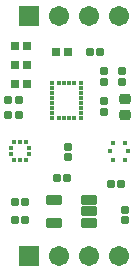
<source format=gts>
G04*
G04 #@! TF.GenerationSoftware,Altium Limited,Altium Designer,21.6.4 (81)*
G04*
G04 Layer_Color=8388736*
%FSLAX25Y25*%
%MOIN*%
G70*
G04*
G04 #@! TF.SameCoordinates,47E44DC7-4B56-48B3-8F63-FDCB66B81885*
G04*
G04*
G04 #@! TF.FilePolarity,Negative*
G04*
G01*
G75*
%ADD21R,0.02816X0.02648*%
%ADD25R,0.01378X0.01476*%
%ADD26R,0.01476X0.01378*%
%ADD28R,0.01772X0.01299*%
%ADD29R,0.01299X0.01772*%
G04:AMPARAMS|DCode=30|XSize=29.65mil|YSize=27.69mil|CornerRadius=6.46mil|HoleSize=0mil|Usage=FLASHONLY|Rotation=270.000|XOffset=0mil|YOffset=0mil|HoleType=Round|Shape=RoundedRectangle|*
%AMROUNDEDRECTD30*
21,1,0.02965,0.01476,0,0,270.0*
21,1,0.01673,0.02769,0,0,270.0*
1,1,0.01292,-0.00738,-0.00837*
1,1,0.01292,-0.00738,0.00837*
1,1,0.01292,0.00738,0.00837*
1,1,0.01292,0.00738,-0.00837*
%
%ADD30ROUNDEDRECTD30*%
G04:AMPARAMS|DCode=31|XSize=29.65mil|YSize=27.69mil|CornerRadius=6.46mil|HoleSize=0mil|Usage=FLASHONLY|Rotation=180.000|XOffset=0mil|YOffset=0mil|HoleType=Round|Shape=RoundedRectangle|*
%AMROUNDEDRECTD31*
21,1,0.02965,0.01476,0,0,180.0*
21,1,0.01673,0.02769,0,0,180.0*
1,1,0.01292,-0.00837,0.00738*
1,1,0.01292,0.00837,0.00738*
1,1,0.01292,0.00837,-0.00738*
1,1,0.01292,-0.00837,-0.00738*
%
%ADD31ROUNDEDRECTD31*%
G04:AMPARAMS|DCode=32|XSize=33.59mil|YSize=55.24mil|CornerRadius=5.92mil|HoleSize=0mil|Usage=FLASHONLY|Rotation=270.000|XOffset=0mil|YOffset=0mil|HoleType=Round|Shape=RoundedRectangle|*
%AMROUNDEDRECTD32*
21,1,0.03359,0.04341,0,0,270.0*
21,1,0.02175,0.05524,0,0,270.0*
1,1,0.01184,-0.02170,-0.01088*
1,1,0.01184,-0.02170,0.01088*
1,1,0.01184,0.02170,0.01088*
1,1,0.01184,0.02170,-0.01088*
%
%ADD32ROUNDEDRECTD32*%
G04:AMPARAMS|DCode=33|XSize=37.92mil|YSize=34mil|CornerRadius=7.25mil|HoleSize=0mil|Usage=FLASHONLY|Rotation=180.000|XOffset=0mil|YOffset=0mil|HoleType=Round|Shape=RoundedRectangle|*
%AMROUNDEDRECTD33*
21,1,0.03792,0.01950,0,0,180.0*
21,1,0.02342,0.03400,0,0,180.0*
1,1,0.01450,-0.01171,0.00975*
1,1,0.01450,0.01171,0.00975*
1,1,0.01450,0.01171,-0.00975*
1,1,0.01450,-0.01171,-0.00975*
%
%ADD33ROUNDEDRECTD33*%
%ADD34R,0.01575X0.01772*%
%ADD35R,0.01772X0.01575*%
%ADD36C,0.06706*%
%ADD37R,0.06706X0.06706*%
D21*
X18184Y67500D02*
D03*
X14416D02*
D03*
X18184Y80000D02*
D03*
X14416D02*
D03*
X31884Y78000D02*
D03*
X28116D02*
D03*
X14416Y73750D02*
D03*
X18184D02*
D03*
D25*
X18000Y42000D02*
D03*
X16031D02*
D03*
X14063D02*
D03*
Y48004D02*
D03*
X16031D02*
D03*
X18000D02*
D03*
D26*
X13030Y44018D02*
D03*
Y45986D02*
D03*
X19033D02*
D03*
Y44018D02*
D03*
D28*
X26539Y67850D02*
D03*
Y66157D02*
D03*
Y64465D02*
D03*
Y62772D02*
D03*
Y61079D02*
D03*
Y59386D02*
D03*
Y57693D02*
D03*
Y56000D02*
D03*
X36382D02*
D03*
Y57693D02*
D03*
Y59386D02*
D03*
Y61079D02*
D03*
Y62772D02*
D03*
Y64465D02*
D03*
Y66157D02*
D03*
Y67850D02*
D03*
D29*
X28921D02*
D03*
X30614D02*
D03*
X32307D02*
D03*
X28921Y56000D02*
D03*
X30614D02*
D03*
X32307D02*
D03*
X34000D02*
D03*
Y67850D02*
D03*
D30*
X31772Y36000D02*
D03*
X28228D02*
D03*
X14229Y28000D02*
D03*
X17772D02*
D03*
Y22000D02*
D03*
X14229D02*
D03*
X46228Y34000D02*
D03*
X49772D02*
D03*
X42772Y78000D02*
D03*
X39228D02*
D03*
X15569Y57300D02*
D03*
X12025D02*
D03*
X15569Y62300D02*
D03*
X12025D02*
D03*
D31*
X51000Y22000D02*
D03*
Y25543D02*
D03*
X50000Y71772D02*
D03*
Y68228D02*
D03*
X44000Y61772D02*
D03*
Y58228D02*
D03*
Y71772D02*
D03*
Y68228D02*
D03*
X32000Y46543D02*
D03*
Y43000D02*
D03*
D32*
X38807Y21260D02*
D03*
Y25000D02*
D03*
Y28740D02*
D03*
X27193D02*
D03*
Y21260D02*
D03*
D33*
X51067Y57000D02*
D03*
Y62512D02*
D03*
D34*
X46047Y45000D02*
D03*
X51953D02*
D03*
D35*
X47032Y42047D02*
D03*
Y47953D02*
D03*
X50968D02*
D03*
Y42047D02*
D03*
D36*
X49000Y90000D02*
D03*
X39000D02*
D03*
X29000D02*
D03*
X49000Y10000D02*
D03*
X39000D02*
D03*
X29000D02*
D03*
D37*
X19000Y90000D02*
D03*
Y10000D02*
D03*
M02*

</source>
